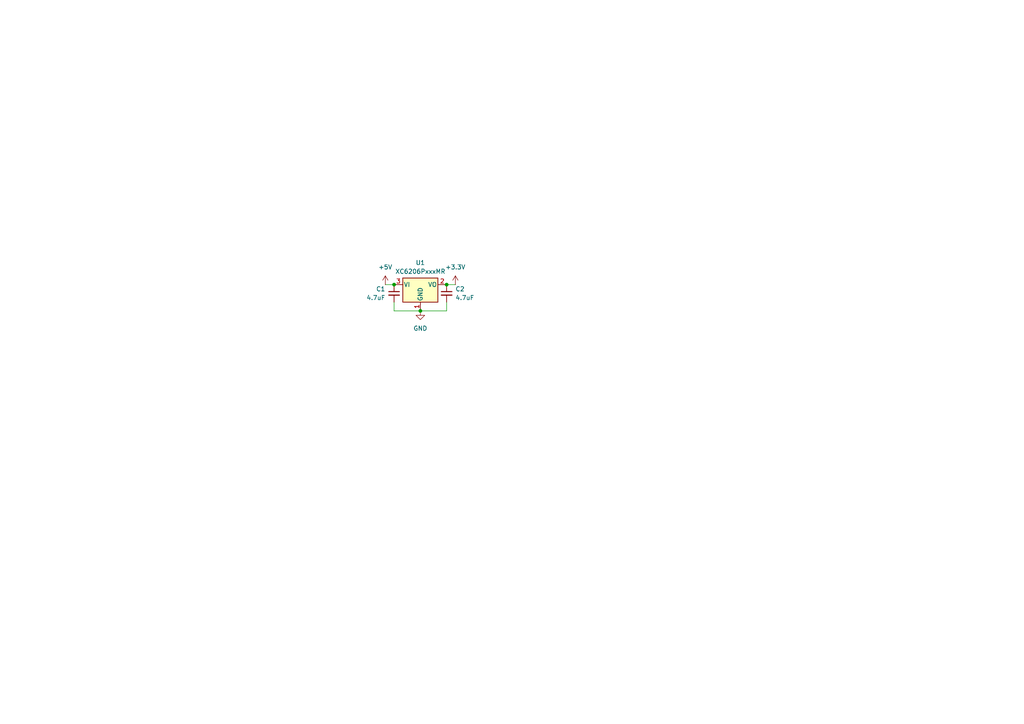
<source format=kicad_sch>
(kicad_sch (version 20231120) (generator "eeschema") (generator_version "8.0")
  (paper "A4")
  (lib_symbols
    (symbol "Device:C_Small" (pin_numbers hide) (pin_names (offset 0.254) hide)
      (property "Reference" "C" (at 0.254 1.778 0))
      (property "Value" "C_Small" (at 0.254 -2.032 0))
      (symbol "C_Small_0_1"
        (polyline (pts (xy -1.524 -0.508) (xy 1.524 -0.508)) (stroke (width 0.3302)))
        (polyline (pts (xy -1.524 0.508) (xy 1.524 0.508)) (stroke (width 0.3048)))
      )
      (symbol "C_Small_1_1"
        (pin passive line (at 0 2.54 270) (length 2.032) (name "~") (number "1"))
        (pin passive line (at 0 -2.54 90) (length 2.032) (name "~") (number "2"))
      )
    )
    (symbol "Regulator_Linear:XC6206PxxxMR" (pin_names (offset 0.254))
      (property "Reference" "U" (at -3.81 3.175 0))
      (property "Value" "XC6206PxxxMR" (at 0 3.175 0))
      (symbol "XC6206PxxxMR_0_1"
        (rectangle (start -5.08 1.905) (end 5.08 -5.08) (stroke (width 0.254)) (fill (type background)))
      )
      (symbol "XC6206PxxxMR_1_1"
        (pin power_in line (at 0 -7.62 90) (length 2.54) (name "GND") (number "1"))
        (pin power_out line (at 7.62 0 180) (length 2.54) (name "VO") (number "2"))
        (pin power_in line (at -7.62 0 0) (length 2.54) (name "VI") (number "3"))
      )
    )
    (symbol "power:+3.3V" (power) (pin_numbers hide) (pin_names (offset 0) hide)
      (property "Value" "+3.3V" (at 0 3.556 0))
      (symbol "+3.3V_0_1"
        (polyline (pts (xy -0.762 1.27) (xy 0 2.54)))
        (polyline (pts (xy 0 0) (xy 0 2.54)))
        (polyline (pts (xy 0 2.54) (xy 0.762 1.27)))
      )
      (symbol "+3.3V_1_1"
        (pin power_in line (at 0 0 90) (length 0) (name "~") (number "1"))
      )
    )
    (symbol "power:+5V" (power) (pin_numbers hide) (pin_names (offset 0) hide)
      (property "Value" "+5V" (at 0 3.556 0))
      (symbol "+5V_0_1"
        (polyline (pts (xy -0.762 1.27) (xy 0 2.54)))
        (polyline (pts (xy 0 0) (xy 0 2.54)))
        (polyline (pts (xy 0 2.54) (xy 0.762 1.27)))
      )
      (symbol "+5V_1_1"
        (pin power_in line (at 0 0 90) (length 0) (name "~") (number "1"))
      )
    )
    (symbol "power:GND" (power) (pin_numbers hide) (pin_names (offset 0) hide)
      (property "Value" "GND" (at 0 -3.81 0))
      (symbol "GND_0_1"
        (polyline (pts (xy 0 0) (xy 0 -1.27) (xy 1.27 -1.27) (xy 0 -2.54) (xy -1.27 -1.27) (xy 0 -1.27)))
      )
      (symbol "GND_1_1"
        (pin power_in line (at 0 0 270) (length 0) (name "~") (number "1"))
      )
    )
  )
  (junction (at 129.54 82.55))
  (junction (at 121.92 90.17))
  (junction (at 114.3 82.55))
  (wire (pts (xy 129.54 90.17) (xy 121.92 90.17)))
  (wire (pts (xy 129.54 82.55) (xy 132.08 82.55)))
  (wire (pts (xy 111.76 82.55) (xy 114.3 82.55)))
  (wire (pts (xy 114.3 90.17) (xy 121.92 90.17)))
  (wire (pts (xy 129.54 87.63) (xy 129.54 90.17)))
  (wire (pts (xy 114.3 87.63) (xy 114.3 90.17)))
  (symbol (lib_id "Regulator_Linear:XC6206PxxxMR") (at 121.92 82.55 0) (unit 1)
    (property "Reference" "U1" (at 121.92 76.2 0))
    (property "Value" "XC6206PxxxMR" (at 121.92 78.74 0))
    (property "Footprint" "Package_TO_SOT_SMD:SOT-23-3" (effects (hide yes)))
    (property "Datasheet" "https://www.torexsemi.com/file/xc6206/XC6206.pdf" (effects (hide yes)))
    (property "Description" "Positive 60-250mA Low Dropout Regulator, Fixed Output, SOT-23" (effects (hide yes)))
  )
  (symbol (lib_id "power:+5V") (at 111.76 82.55 0) (unit 1)
    (property "Reference" "#PWR01" (effects (hide yes)))
    (property "Value" "+5V" (at 111.76 77.47 0))
    (property "Description" "Power symbol creates a global label with name \"+5V\"" (effects (hide yes)))
  )
  (symbol (lib_id "power:GND") (at 121.92 90.17 0) (unit 1)
    (property "Reference" "#PWR03" (effects (hide yes)))
    (property "Value" "GND" (at 121.92 95.25 0))
    (property "Description" "Power symbol creates a global label with name \"GND\" , ground" (effects (hide yes)))
  )
  (symbol (lib_id "power:+3.3V") (at 132.08 82.55 0) (unit 1)
    (property "Reference" "#PWR02" (effects (hide yes)))
    (property "Value" "+3.3V" (at 132.08 77.47 0))
    (property "Description" "Power symbol creates a global label with name \"+3.3V\"" (effects (hide yes)))
  )
  (symbol (lib_id "Device:C_Small") (at 129.54 85.09 0) (mirror y) (unit 1)
    (property "Reference" "C2" (at 132.08 83.8262 0) (effects (justify right)))
    (property "Value" "4.7uF" (at 132.08 86.3662 0) (effects (justify right)))
    (property "Description" "Unpolarized capacitor, small symbol" (effects (hide yes)))
  )
  (symbol (lib_id "Device:C_Small") (at 114.3 85.09 0) (unit 1)
    (property "Reference" "C1" (at 111.76 83.8262 0) (effects (justify right)))
    (property "Value" "4.7uF" (at 111.76 86.3662 0) (effects (justify right)))
    (property "Description" "Unpolarized capacitor, small symbol" (effects (hide yes)))
  )
)
</source>
